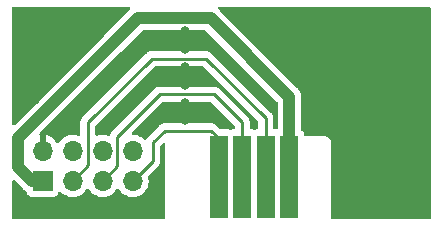
<source format=gbr>
%TF.GenerationSoftware,KiCad,Pcbnew,(6.0.4-0)*%
%TF.CreationDate,2023-01-13T21:29:05-07:00*%
%TF.ProjectId,Gamecube_SD2SP2PRO,47616d65-6375-4626-955f-534432535032,rev?*%
%TF.SameCoordinates,Original*%
%TF.FileFunction,Copper,L2,Bot*%
%TF.FilePolarity,Positive*%
%FSLAX46Y46*%
G04 Gerber Fmt 4.6, Leading zero omitted, Abs format (unit mm)*
G04 Created by KiCad (PCBNEW (6.0.4-0)) date 2023-01-13 21:29:05*
%MOMM*%
%LPD*%
G01*
G04 APERTURE LIST*
%TA.AperFunction,ComponentPad*%
%ADD10R,1.700000X1.700000*%
%TD*%
%TA.AperFunction,ComponentPad*%
%ADD11O,1.700000X1.700000*%
%TD*%
%TA.AperFunction,SMDPad,CuDef*%
%ADD12R,1.500000X7.000000*%
%TD*%
%TA.AperFunction,ViaPad*%
%ADD13C,0.800000*%
%TD*%
%TA.AperFunction,Conductor*%
%ADD14C,1.000000*%
%TD*%
%TA.AperFunction,Conductor*%
%ADD15C,0.250000*%
%TD*%
G04 APERTURE END LIST*
D10*
%TO.P,J1,1,Pin_1*%
%TO.N,Net-(J1-Pad1)*%
X77160286Y-116250000D03*
D11*
%TO.P,J1,2,Pin_2*%
%TO.N,/GND*%
X77160286Y-113710000D03*
%TO.P,J1,3,Pin_3*%
%TO.N,Net-(J1-Pad3)*%
X79700286Y-116250000D03*
%TO.P,J1,4,Pin_4*%
%TO.N,Net-(J1-Pad4)*%
X79700286Y-113710000D03*
%TO.P,J1,5,Pin_5*%
%TO.N,Net-(J1-Pad5)*%
X82240286Y-116250000D03*
%TO.P,J1,6,Pin_6*%
%TO.N,Net-(J1-Pad6)*%
X82240286Y-113710000D03*
%TO.P,J1,7,Pin_7*%
%TO.N,Net-(J1-Pad7)*%
X84780286Y-116250000D03*
%TO.P,J1,8,Pin_8*%
%TO.N,Net-(J1-Pad8)*%
X84780286Y-113710000D03*
%TD*%
D12*
%TO.P,P1,1,+3.3*%
%TO.N,Net-(J1-Pad1)*%
X98064286Y-115900000D03*
%TO.P,P1,3,INT*%
%TO.N,Net-(J1-Pad3)*%
X96064286Y-115900000D03*
%TO.P,P1,5,DO*%
%TO.N,Net-(J1-Pad5)*%
X94064286Y-115900000D03*
%TO.P,P1,7,CS*%
%TO.N,Net-(J1-Pad7)*%
X92064286Y-115900000D03*
%TD*%
D13*
%TO.N,/GND*%
X96314286Y-102313640D03*
X82880000Y-118400000D03*
X78900000Y-111400000D03*
X108400000Y-110290800D03*
X102020000Y-117600000D03*
X89200000Y-106624500D03*
X89200000Y-109624500D03*
X108400000Y-102600000D03*
X102020000Y-102700000D03*
X76500000Y-102700000D03*
X89200000Y-103599500D03*
X89200000Y-105124500D03*
X89200000Y-111124500D03*
X89200000Y-108124500D03*
X76500000Y-118400000D03*
X76500000Y-109396549D03*
X108400000Y-117500000D03*
X82880000Y-102700000D03*
X102020000Y-110390800D03*
%TD*%
D14*
%TO.N,Net-(J1-Pad1)*%
X83000000Y-104700000D02*
X75100000Y-112600000D01*
X91400000Y-102500000D02*
X85200000Y-102500000D01*
X85200000Y-102500000D02*
X83100000Y-104600000D01*
X76250000Y-116250000D02*
X77160286Y-116250000D01*
X98064286Y-115900000D02*
X98064286Y-109164286D01*
X75100000Y-112600000D02*
X75100000Y-115100000D01*
X75100000Y-115100000D02*
X76250000Y-116250000D01*
X98064286Y-109164286D02*
X91400000Y-102500000D01*
D15*
%TO.N,Net-(J1-Pad3)*%
X96064286Y-110964286D02*
X91000000Y-105900000D01*
X96064286Y-115900000D02*
X96064286Y-110964286D01*
X91000000Y-105900000D02*
X86400000Y-105900000D01*
X81000000Y-114950286D02*
X79700286Y-116250000D01*
X81000000Y-111300000D02*
X81000000Y-114950286D01*
X86400000Y-105900000D02*
X81000000Y-111300000D01*
%TO.N,Net-(J1-Pad5)*%
X94064286Y-115900000D02*
X94064286Y-111307143D01*
X87100000Y-108900000D02*
X83500000Y-112500000D01*
X83500000Y-112500000D02*
X83500000Y-114990286D01*
X94064286Y-111307143D02*
X91657143Y-108900000D01*
X91657143Y-108900000D02*
X87100000Y-108900000D01*
X83500000Y-114990286D02*
X82240286Y-116250000D01*
%TO.N,Net-(J1-Pad7)*%
X92064286Y-115900000D02*
X92064286Y-112664286D01*
X92064286Y-112664286D02*
X91400000Y-112000000D01*
X86500000Y-114530286D02*
X84780286Y-116250000D01*
X87500000Y-112000000D02*
X86500000Y-113000000D01*
X86500000Y-113000000D02*
X86500000Y-114530286D01*
X91400000Y-112000000D02*
X87500000Y-112000000D01*
%TD*%
%TA.AperFunction,Conductor*%
%TO.N,/GND*%
G36*
X109997907Y-101528502D02*
G01*
X110044400Y-101582158D01*
X110055786Y-101634500D01*
X110055786Y-119365500D01*
X110035784Y-119433621D01*
X109982128Y-119480114D01*
X109929786Y-119491500D01*
X101698786Y-119491500D01*
X101630665Y-119471498D01*
X101584172Y-119417842D01*
X101572786Y-119365500D01*
X101572786Y-113008623D01*
X101572788Y-113007853D01*
X101573207Y-112939254D01*
X101573262Y-112930279D01*
X101565136Y-112901847D01*
X101561558Y-112885085D01*
X101560079Y-112874757D01*
X101557366Y-112855813D01*
X101546737Y-112832436D01*
X101540290Y-112814913D01*
X101535702Y-112798862D01*
X101533235Y-112790229D01*
X101524690Y-112776686D01*
X101517456Y-112765220D01*
X101509316Y-112750135D01*
X101497078Y-112723218D01*
X101480316Y-112703765D01*
X101469213Y-112688761D01*
X101455510Y-112667042D01*
X101448785Y-112661103D01*
X101448782Y-112661099D01*
X101433348Y-112647468D01*
X101421304Y-112635276D01*
X101407859Y-112619673D01*
X101407856Y-112619671D01*
X101401999Y-112612873D01*
X101380451Y-112598906D01*
X101365577Y-112587615D01*
X101353069Y-112576569D01*
X101353068Y-112576568D01*
X101346335Y-112570622D01*
X101319573Y-112558057D01*
X101304595Y-112549737D01*
X101287303Y-112538529D01*
X101287298Y-112538527D01*
X101279771Y-112533648D01*
X101271178Y-112531078D01*
X101271173Y-112531076D01*
X101255166Y-112526289D01*
X101237722Y-112519628D01*
X101222610Y-112512533D01*
X101222608Y-112512532D01*
X101214486Y-112508719D01*
X101205619Y-112507338D01*
X101205618Y-112507338D01*
X101195976Y-112505837D01*
X101185269Y-112504170D01*
X101168554Y-112500387D01*
X101148820Y-112494485D01*
X101148814Y-112494484D01*
X101140220Y-112491914D01*
X101131249Y-112491859D01*
X101131248Y-112491859D01*
X101121189Y-112491798D01*
X101105780Y-112491704D01*
X101104997Y-112491671D01*
X101103900Y-112491500D01*
X101072909Y-112491500D01*
X101072139Y-112491498D01*
X100998501Y-112491048D01*
X100998500Y-112491048D01*
X100994565Y-112491024D01*
X100993221Y-112491408D01*
X100991876Y-112491500D01*
X99448786Y-112491500D01*
X99380665Y-112471498D01*
X99334172Y-112417842D01*
X99322786Y-112365500D01*
X99322786Y-112351866D01*
X99316031Y-112289684D01*
X99264901Y-112153295D01*
X99177547Y-112036739D01*
X99123221Y-111996024D01*
X99080706Y-111939165D01*
X99072786Y-111895198D01*
X99072786Y-109226136D01*
X99073523Y-109212528D01*
X99076945Y-109181025D01*
X99077611Y-109174898D01*
X99073233Y-109124856D01*
X99072907Y-109120074D01*
X99072786Y-109117596D01*
X99072786Y-109114517D01*
X99072487Y-109111463D01*
X99072486Y-109111452D01*
X99068599Y-109071815D01*
X99068477Y-109070501D01*
X99060909Y-108984004D01*
X99060373Y-108977873D01*
X99058886Y-108972754D01*
X99058366Y-108967453D01*
X99031495Y-108878452D01*
X99031160Y-108877319D01*
X99006916Y-108793872D01*
X99006914Y-108793868D01*
X99005195Y-108787950D01*
X99002742Y-108783218D01*
X99001202Y-108778117D01*
X98957555Y-108696026D01*
X98956943Y-108694860D01*
X98917015Y-108617833D01*
X98914178Y-108612360D01*
X98910855Y-108608197D01*
X98908352Y-108603490D01*
X98849547Y-108531388D01*
X98848719Y-108530361D01*
X98819755Y-108494078D01*
X98819750Y-108494073D01*
X98817548Y-108491314D01*
X98815047Y-108488813D01*
X98814405Y-108488095D01*
X98810692Y-108483747D01*
X98798342Y-108468605D01*
X98783351Y-108450224D01*
X98778609Y-108446301D01*
X98778607Y-108446299D01*
X98748013Y-108420989D01*
X98739233Y-108412999D01*
X92156855Y-101830621D01*
X92147753Y-101820478D01*
X92127897Y-101795782D01*
X92124032Y-101790975D01*
X92085578Y-101758708D01*
X92081931Y-101755528D01*
X92080119Y-101753885D01*
X92077925Y-101751691D01*
X92053785Y-101731862D01*
X92013844Y-101673167D01*
X92011976Y-101602195D01*
X92048774Y-101541480D01*
X92112557Y-101510298D01*
X92133764Y-101508500D01*
X109929786Y-101508500D01*
X109997907Y-101528502D01*
G37*
%TD.AperFunction*%
%TA.AperFunction,Conductor*%
G36*
X87473818Y-113026252D02*
G01*
X87530654Y-113068799D01*
X87555465Y-113135319D01*
X87555786Y-113144308D01*
X87555786Y-119365500D01*
X87535784Y-119433621D01*
X87482128Y-119480114D01*
X87429786Y-119491500D01*
X74698786Y-119491500D01*
X74630665Y-119471498D01*
X74584172Y-119417842D01*
X74572786Y-119365500D01*
X74572786Y-116303212D01*
X74592788Y-116235091D01*
X74646444Y-116188598D01*
X74716718Y-116178494D01*
X74781298Y-116207988D01*
X74787881Y-116214116D01*
X75493149Y-116919383D01*
X75502251Y-116929527D01*
X75525968Y-116959025D01*
X75530696Y-116962992D01*
X75564421Y-116991291D01*
X75568070Y-116994473D01*
X75569883Y-116996117D01*
X75572075Y-116998309D01*
X75605276Y-117025580D01*
X75606164Y-117026318D01*
X75635208Y-117050688D01*
X75672753Y-117082193D01*
X75672756Y-117082195D01*
X75677474Y-117086154D01*
X75682147Y-117088723D01*
X75686262Y-117092103D01*
X75691691Y-117095014D01*
X75691694Y-117095016D01*
X75721009Y-117110734D01*
X75745424Y-117123826D01*
X75796006Y-117173643D01*
X75807879Y-117204218D01*
X75808541Y-117210316D01*
X75811313Y-117217709D01*
X75811313Y-117217711D01*
X75837487Y-117287529D01*
X75859671Y-117346705D01*
X75947025Y-117463261D01*
X76063581Y-117550615D01*
X76199970Y-117601745D01*
X76262152Y-117608500D01*
X78058420Y-117608500D01*
X78120602Y-117601745D01*
X78256991Y-117550615D01*
X78373547Y-117463261D01*
X78460901Y-117346705D01*
X78483085Y-117287529D01*
X78504884Y-117229382D01*
X78547526Y-117172618D01*
X78614088Y-117147918D01*
X78683436Y-117163126D01*
X78718103Y-117191114D01*
X78746536Y-117223938D01*
X78918412Y-117366632D01*
X79111286Y-117479338D01*
X79319978Y-117559030D01*
X79325046Y-117560061D01*
X79325049Y-117560062D01*
X79432303Y-117581883D01*
X79538883Y-117603567D01*
X79544058Y-117603757D01*
X79544060Y-117603757D01*
X79756959Y-117611564D01*
X79756963Y-117611564D01*
X79762123Y-117611753D01*
X79767243Y-117611097D01*
X79767245Y-117611097D01*
X79978574Y-117584025D01*
X79978575Y-117584025D01*
X79983702Y-117583368D01*
X79988652Y-117581883D01*
X80192715Y-117520661D01*
X80192720Y-117520659D01*
X80197670Y-117519174D01*
X80398280Y-117420896D01*
X80580146Y-117291173D01*
X80738382Y-117133489D01*
X80766028Y-117095016D01*
X80868739Y-116952077D01*
X80870062Y-116953028D01*
X80916931Y-116909857D01*
X80986866Y-116897625D01*
X81052312Y-116925144D01*
X81080161Y-116956994D01*
X81140273Y-117055088D01*
X81286536Y-117223938D01*
X81458412Y-117366632D01*
X81651286Y-117479338D01*
X81859978Y-117559030D01*
X81865046Y-117560061D01*
X81865049Y-117560062D01*
X81972303Y-117581883D01*
X82078883Y-117603567D01*
X82084058Y-117603757D01*
X82084060Y-117603757D01*
X82296959Y-117611564D01*
X82296963Y-117611564D01*
X82302123Y-117611753D01*
X82307243Y-117611097D01*
X82307245Y-117611097D01*
X82518574Y-117584025D01*
X82518575Y-117584025D01*
X82523702Y-117583368D01*
X82528652Y-117581883D01*
X82732715Y-117520661D01*
X82732720Y-117520659D01*
X82737670Y-117519174D01*
X82938280Y-117420896D01*
X83120146Y-117291173D01*
X83278382Y-117133489D01*
X83306028Y-117095016D01*
X83408739Y-116952077D01*
X83410062Y-116953028D01*
X83456931Y-116909857D01*
X83526866Y-116897625D01*
X83592312Y-116925144D01*
X83620161Y-116956994D01*
X83680273Y-117055088D01*
X83826536Y-117223938D01*
X83998412Y-117366632D01*
X84191286Y-117479338D01*
X84399978Y-117559030D01*
X84405046Y-117560061D01*
X84405049Y-117560062D01*
X84512303Y-117581883D01*
X84618883Y-117603567D01*
X84624058Y-117603757D01*
X84624060Y-117603757D01*
X84836959Y-117611564D01*
X84836963Y-117611564D01*
X84842123Y-117611753D01*
X84847243Y-117611097D01*
X84847245Y-117611097D01*
X85058574Y-117584025D01*
X85058575Y-117584025D01*
X85063702Y-117583368D01*
X85068652Y-117581883D01*
X85272715Y-117520661D01*
X85272720Y-117520659D01*
X85277670Y-117519174D01*
X85478280Y-117420896D01*
X85660146Y-117291173D01*
X85818382Y-117133489D01*
X85846028Y-117095016D01*
X85945721Y-116956277D01*
X85948739Y-116952077D01*
X85964898Y-116919383D01*
X86045422Y-116756453D01*
X86045423Y-116756451D01*
X86047716Y-116751811D01*
X86112656Y-116538069D01*
X86141815Y-116316590D01*
X86143442Y-116250000D01*
X86125138Y-116027361D01*
X86097107Y-115915765D01*
X86099911Y-115844825D01*
X86130216Y-115795974D01*
X86892258Y-115033933D01*
X86900537Y-115026399D01*
X86907018Y-115022286D01*
X86953644Y-114972634D01*
X86956398Y-114969793D01*
X86976135Y-114950056D01*
X86978615Y-114946859D01*
X86986320Y-114937837D01*
X87011159Y-114911386D01*
X87016586Y-114905607D01*
X87020405Y-114898661D01*
X87020407Y-114898658D01*
X87026348Y-114887852D01*
X87037199Y-114871333D01*
X87044758Y-114861587D01*
X87049614Y-114855327D01*
X87052759Y-114848058D01*
X87052762Y-114848054D01*
X87067174Y-114814749D01*
X87072391Y-114804099D01*
X87093695Y-114765346D01*
X87098733Y-114745723D01*
X87105137Y-114727020D01*
X87110033Y-114715706D01*
X87110033Y-114715705D01*
X87113181Y-114708431D01*
X87114420Y-114700608D01*
X87114423Y-114700598D01*
X87120099Y-114664762D01*
X87122505Y-114653142D01*
X87131528Y-114617997D01*
X87131528Y-114617996D01*
X87133500Y-114610316D01*
X87133500Y-114590062D01*
X87135051Y-114570351D01*
X87136980Y-114558172D01*
X87138220Y-114550343D01*
X87134059Y-114506324D01*
X87133500Y-114494467D01*
X87133500Y-113314594D01*
X87153502Y-113246473D01*
X87170405Y-113225499D01*
X87340691Y-113055213D01*
X87403003Y-113021187D01*
X87473818Y-113026252D01*
G37*
%TD.AperFunction*%
%TA.AperFunction,Conductor*%
G36*
X90998196Y-103528502D02*
G01*
X91019170Y-103545405D01*
X97018881Y-109545115D01*
X97052907Y-109607427D01*
X97055786Y-109634210D01*
X97055786Y-111772077D01*
X97035784Y-111840198D01*
X96982128Y-111886691D01*
X96916178Y-111897340D01*
X96862420Y-111891500D01*
X96823786Y-111891500D01*
X96755665Y-111871498D01*
X96709172Y-111817842D01*
X96697786Y-111765500D01*
X96697786Y-111043053D01*
X96698313Y-111031870D01*
X96699988Y-111024377D01*
X96697848Y-110956286D01*
X96697786Y-110952329D01*
X96697786Y-110924430D01*
X96697282Y-110920439D01*
X96696349Y-110908597D01*
X96695706Y-110888120D01*
X96694960Y-110864397D01*
X96692748Y-110856783D01*
X96692747Y-110856778D01*
X96689309Y-110844945D01*
X96685298Y-110825581D01*
X96683753Y-110813350D01*
X96682760Y-110805489D01*
X96679843Y-110798122D01*
X96679842Y-110798117D01*
X96666484Y-110764378D01*
X96662640Y-110753151D01*
X96652516Y-110718308D01*
X96650304Y-110710693D01*
X96639993Y-110693258D01*
X96631298Y-110675510D01*
X96623838Y-110656669D01*
X96597850Y-110620899D01*
X96591334Y-110610979D01*
X96572866Y-110579751D01*
X96572864Y-110579748D01*
X96568828Y-110572924D01*
X96554507Y-110558603D01*
X96541666Y-110543569D01*
X96534417Y-110533592D01*
X96529758Y-110527179D01*
X96495681Y-110498988D01*
X96486902Y-110490998D01*
X91503652Y-105507747D01*
X91496112Y-105499461D01*
X91492000Y-105492982D01*
X91442348Y-105446356D01*
X91439507Y-105443602D01*
X91419770Y-105423865D01*
X91416573Y-105421385D01*
X91407551Y-105413680D01*
X91394116Y-105401064D01*
X91375321Y-105383414D01*
X91368375Y-105379595D01*
X91368372Y-105379593D01*
X91357566Y-105373652D01*
X91341047Y-105362801D01*
X91334606Y-105357805D01*
X91325041Y-105350386D01*
X91317772Y-105347241D01*
X91317768Y-105347238D01*
X91284463Y-105332826D01*
X91273813Y-105327609D01*
X91235060Y-105306305D01*
X91215437Y-105301267D01*
X91196734Y-105294863D01*
X91185420Y-105289967D01*
X91185419Y-105289967D01*
X91178145Y-105286819D01*
X91170322Y-105285580D01*
X91170312Y-105285577D01*
X91134476Y-105279901D01*
X91122856Y-105277495D01*
X91087711Y-105268472D01*
X91087710Y-105268472D01*
X91080030Y-105266500D01*
X91059776Y-105266500D01*
X91040065Y-105264949D01*
X91027886Y-105263020D01*
X91020057Y-105261780D01*
X90990786Y-105264547D01*
X90976039Y-105265941D01*
X90964181Y-105266500D01*
X86478767Y-105266500D01*
X86467584Y-105265973D01*
X86460091Y-105264298D01*
X86452165Y-105264547D01*
X86452164Y-105264547D01*
X86392014Y-105266438D01*
X86388055Y-105266500D01*
X86360144Y-105266500D01*
X86356210Y-105266997D01*
X86356209Y-105266997D01*
X86356144Y-105267005D01*
X86344307Y-105267938D01*
X86312490Y-105268938D01*
X86308029Y-105269078D01*
X86300110Y-105269327D01*
X86282454Y-105274456D01*
X86280658Y-105274978D01*
X86261306Y-105278986D01*
X86254235Y-105279880D01*
X86241203Y-105281526D01*
X86233834Y-105284443D01*
X86233832Y-105284444D01*
X86200097Y-105297800D01*
X86188869Y-105301645D01*
X86146407Y-105313982D01*
X86139585Y-105318016D01*
X86139579Y-105318019D01*
X86128968Y-105324294D01*
X86111218Y-105332990D01*
X86099756Y-105337528D01*
X86099751Y-105337531D01*
X86092383Y-105340448D01*
X86078177Y-105350769D01*
X86056625Y-105366427D01*
X86046707Y-105372943D01*
X86035463Y-105379593D01*
X86008637Y-105395458D01*
X85994313Y-105409782D01*
X85979281Y-105422621D01*
X85962893Y-105434528D01*
X85934712Y-105468593D01*
X85926722Y-105477373D01*
X80607747Y-110796348D01*
X80599461Y-110803888D01*
X80592982Y-110808000D01*
X80587557Y-110813777D01*
X80546357Y-110857651D01*
X80543602Y-110860493D01*
X80523865Y-110880230D01*
X80521385Y-110883427D01*
X80513682Y-110892447D01*
X80483414Y-110924679D01*
X80479595Y-110931625D01*
X80479593Y-110931628D01*
X80473652Y-110942434D01*
X80462801Y-110958953D01*
X80450386Y-110974959D01*
X80447241Y-110982228D01*
X80447238Y-110982232D01*
X80432826Y-111015537D01*
X80427609Y-111026187D01*
X80406305Y-111064940D01*
X80404334Y-111072615D01*
X80404334Y-111072616D01*
X80401267Y-111084562D01*
X80394863Y-111103266D01*
X80386819Y-111121855D01*
X80385580Y-111129678D01*
X80385577Y-111129688D01*
X80379901Y-111165524D01*
X80377495Y-111177144D01*
X80371719Y-111199643D01*
X80366500Y-111219970D01*
X80366500Y-111240224D01*
X80364949Y-111259934D01*
X80361780Y-111279943D01*
X80362526Y-111287835D01*
X80365941Y-111323961D01*
X80366500Y-111335819D01*
X80366500Y-112326393D01*
X80346498Y-112394514D01*
X80292842Y-112441007D01*
X80222568Y-112451111D01*
X80198441Y-112445166D01*
X80053377Y-112393796D01*
X80053369Y-112393794D01*
X80048498Y-112392069D01*
X80043405Y-112391162D01*
X80043402Y-112391161D01*
X79833659Y-112353800D01*
X79833653Y-112353799D01*
X79828570Y-112352894D01*
X79754738Y-112351992D01*
X79610367Y-112350228D01*
X79610365Y-112350228D01*
X79605197Y-112350165D01*
X79384377Y-112383955D01*
X79172042Y-112453357D01*
X79137194Y-112471498D01*
X79032612Y-112525940D01*
X78973893Y-112556507D01*
X78969760Y-112559610D01*
X78969757Y-112559612D01*
X78806440Y-112682234D01*
X78795251Y-112690635D01*
X78738391Y-112750135D01*
X78645210Y-112847644D01*
X78640915Y-112852138D01*
X78638001Y-112856410D01*
X78638000Y-112856411D01*
X78587611Y-112930279D01*
X78534471Y-113008180D01*
X78533184Y-113010066D01*
X78478273Y-113055069D01*
X78407748Y-113063240D01*
X78344001Y-113031986D01*
X78323304Y-113007502D01*
X78242712Y-112882926D01*
X78236422Y-112874757D01*
X78093092Y-112717240D01*
X78085559Y-112710215D01*
X77918425Y-112578222D01*
X77909838Y-112572517D01*
X77723403Y-112469599D01*
X77713991Y-112465369D01*
X77513245Y-112394280D01*
X77503274Y-112391646D01*
X77432123Y-112378972D01*
X77418826Y-112380432D01*
X77414286Y-112394989D01*
X77414286Y-113838000D01*
X77394284Y-113906121D01*
X77340628Y-113952614D01*
X77288286Y-113964000D01*
X77032286Y-113964000D01*
X76964165Y-113943998D01*
X76917672Y-113890342D01*
X76906286Y-113838000D01*
X76906286Y-112393102D01*
X76894329Y-112352379D01*
X76883499Y-112335527D01*
X76883499Y-112264530D01*
X76915300Y-112210935D01*
X83746124Y-105380110D01*
X83748309Y-105377925D01*
X83750261Y-105375548D01*
X83750267Y-105375542D01*
X83751774Y-105373707D01*
X83767739Y-105357964D01*
X83767597Y-105357805D01*
X83770220Y-105355460D01*
X83772973Y-105353262D01*
X85580830Y-103545405D01*
X85643142Y-103511379D01*
X85669925Y-103508500D01*
X90930075Y-103508500D01*
X90998196Y-103528502D01*
G37*
%TD.AperFunction*%
%TA.AperFunction,Conductor*%
G36*
X91410670Y-109553502D02*
G01*
X91431644Y-109570405D01*
X93393881Y-111532642D01*
X93427907Y-111594954D01*
X93430786Y-111621737D01*
X93430786Y-111765500D01*
X93410784Y-111833621D01*
X93357128Y-111880114D01*
X93304786Y-111891500D01*
X93266152Y-111891500D01*
X93203970Y-111898255D01*
X93196574Y-111901027D01*
X93196568Y-111901029D01*
X93108515Y-111934039D01*
X93037708Y-111939222D01*
X93020057Y-111934039D01*
X92932004Y-111901029D01*
X92931998Y-111901027D01*
X92924602Y-111898255D01*
X92862420Y-111891500D01*
X92239595Y-111891500D01*
X92171474Y-111871498D01*
X92150500Y-111854595D01*
X91903652Y-111607747D01*
X91896112Y-111599461D01*
X91892000Y-111592982D01*
X91866034Y-111568598D01*
X91842349Y-111546357D01*
X91839507Y-111543602D01*
X91819770Y-111523865D01*
X91816573Y-111521385D01*
X91807551Y-111513680D01*
X91803397Y-111509779D01*
X91775321Y-111483414D01*
X91768375Y-111479595D01*
X91768372Y-111479593D01*
X91757566Y-111473652D01*
X91741047Y-111462801D01*
X91740583Y-111462441D01*
X91725041Y-111450386D01*
X91717772Y-111447241D01*
X91717768Y-111447238D01*
X91684463Y-111432826D01*
X91673813Y-111427609D01*
X91635060Y-111406305D01*
X91615437Y-111401267D01*
X91596734Y-111394863D01*
X91585420Y-111389967D01*
X91585419Y-111389967D01*
X91578145Y-111386819D01*
X91570322Y-111385580D01*
X91570312Y-111385577D01*
X91534476Y-111379901D01*
X91522856Y-111377495D01*
X91487711Y-111368472D01*
X91487710Y-111368472D01*
X91480030Y-111366500D01*
X91459776Y-111366500D01*
X91440065Y-111364949D01*
X91427886Y-111363020D01*
X91420057Y-111361780D01*
X91390786Y-111364547D01*
X91376039Y-111365941D01*
X91364181Y-111366500D01*
X87578768Y-111366500D01*
X87567585Y-111365973D01*
X87560092Y-111364298D01*
X87552166Y-111364547D01*
X87552165Y-111364547D01*
X87492002Y-111366438D01*
X87488044Y-111366500D01*
X87460144Y-111366500D01*
X87456154Y-111367004D01*
X87444320Y-111367936D01*
X87400111Y-111369326D01*
X87392495Y-111371539D01*
X87392493Y-111371539D01*
X87380652Y-111374979D01*
X87361293Y-111378988D01*
X87359983Y-111379154D01*
X87341203Y-111381526D01*
X87333837Y-111384442D01*
X87333831Y-111384444D01*
X87300098Y-111397800D01*
X87288868Y-111401645D01*
X87272828Y-111406305D01*
X87246407Y-111413981D01*
X87239584Y-111418016D01*
X87228966Y-111424295D01*
X87211213Y-111432992D01*
X87203568Y-111436019D01*
X87192383Y-111440448D01*
X87178705Y-111450386D01*
X87156612Y-111466437D01*
X87146695Y-111472951D01*
X87108638Y-111495458D01*
X87094317Y-111509779D01*
X87079284Y-111522619D01*
X87062893Y-111534528D01*
X87057843Y-111540632D01*
X87057838Y-111540637D01*
X87034707Y-111568598D01*
X87026717Y-111577379D01*
X86107742Y-112496353D01*
X86099463Y-112503887D01*
X86092982Y-112508000D01*
X86068897Y-112533648D01*
X86046357Y-112557651D01*
X86043602Y-112560493D01*
X86023865Y-112580230D01*
X86021385Y-112583427D01*
X86013682Y-112592447D01*
X85983414Y-112624679D01*
X85979595Y-112631625D01*
X85979593Y-112631628D01*
X85973652Y-112642434D01*
X85962801Y-112658953D01*
X85950386Y-112674959D01*
X85947240Y-112682229D01*
X85947237Y-112682234D01*
X85939223Y-112700753D01*
X85893812Y-112755327D01*
X85826104Y-112776686D01*
X85757598Y-112758049D01*
X85730393Y-112735511D01*
X85713431Y-112716870D01*
X85709956Y-112713051D01*
X85705905Y-112709852D01*
X85705901Y-112709848D01*
X85538700Y-112577800D01*
X85538696Y-112577798D01*
X85534645Y-112574598D01*
X85527443Y-112570622D01*
X85442276Y-112523608D01*
X85339075Y-112466638D01*
X85334206Y-112464914D01*
X85334202Y-112464912D01*
X85133373Y-112393795D01*
X85133369Y-112393794D01*
X85128498Y-112392069D01*
X85123405Y-112391162D01*
X85123402Y-112391161D01*
X84913659Y-112353800D01*
X84913653Y-112353799D01*
X84908570Y-112352894D01*
X84846411Y-112352135D01*
X84778540Y-112331302D01*
X84732706Y-112277083D01*
X84723461Y-112206691D01*
X84753740Y-112142475D01*
X84758855Y-112137049D01*
X85941591Y-110954314D01*
X87325500Y-109570405D01*
X87387812Y-109536379D01*
X87414595Y-109533500D01*
X91342549Y-109533500D01*
X91410670Y-109553502D01*
G37*
%TD.AperFunction*%
%TA.AperFunction,Conductor*%
G36*
X90753527Y-106553502D02*
G01*
X90774501Y-106570405D01*
X95393881Y-111189786D01*
X95427907Y-111252098D01*
X95430786Y-111278881D01*
X95430786Y-111765500D01*
X95410784Y-111833621D01*
X95357128Y-111880114D01*
X95304786Y-111891500D01*
X95266152Y-111891500D01*
X95203970Y-111898255D01*
X95196574Y-111901027D01*
X95196568Y-111901029D01*
X95108515Y-111934039D01*
X95037708Y-111939222D01*
X95020057Y-111934039D01*
X94932004Y-111901029D01*
X94931998Y-111901027D01*
X94924602Y-111898255D01*
X94862420Y-111891500D01*
X94823786Y-111891500D01*
X94755665Y-111871498D01*
X94709172Y-111817842D01*
X94697786Y-111765500D01*
X94697786Y-111385910D01*
X94698313Y-111374727D01*
X94699988Y-111367234D01*
X94699001Y-111335819D01*
X94697848Y-111299157D01*
X94697786Y-111295198D01*
X94697786Y-111267287D01*
X94697281Y-111263287D01*
X94696348Y-111251444D01*
X94695996Y-111240224D01*
X94694959Y-111207253D01*
X94689308Y-111187801D01*
X94685300Y-111168449D01*
X94683753Y-111156206D01*
X94682760Y-111148346D01*
X94672272Y-111121855D01*
X94666486Y-111107240D01*
X94662641Y-111096013D01*
X94653613Y-111064940D01*
X94650304Y-111053550D01*
X94646270Y-111046728D01*
X94646267Y-111046722D01*
X94639992Y-111036111D01*
X94631296Y-111018361D01*
X94626758Y-111006899D01*
X94626755Y-111006894D01*
X94623838Y-110999526D01*
X94597859Y-110963768D01*
X94591343Y-110953850D01*
X94574091Y-110924679D01*
X94568828Y-110915780D01*
X94554504Y-110901456D01*
X94541662Y-110886421D01*
X94539481Y-110883419D01*
X94529758Y-110870036D01*
X94495692Y-110841854D01*
X94486913Y-110833865D01*
X92160795Y-108507747D01*
X92153255Y-108499461D01*
X92149143Y-108492982D01*
X92099491Y-108446356D01*
X92096650Y-108443602D01*
X92076913Y-108423865D01*
X92073716Y-108421385D01*
X92064694Y-108413680D01*
X92051265Y-108401069D01*
X92032464Y-108383414D01*
X92025518Y-108379595D01*
X92025515Y-108379593D01*
X92014709Y-108373652D01*
X91998190Y-108362801D01*
X91997726Y-108362441D01*
X91982184Y-108350386D01*
X91974915Y-108347241D01*
X91974911Y-108347238D01*
X91941606Y-108332826D01*
X91930956Y-108327609D01*
X91892203Y-108306305D01*
X91872580Y-108301267D01*
X91853877Y-108294863D01*
X91842563Y-108289967D01*
X91842562Y-108289967D01*
X91835288Y-108286819D01*
X91827465Y-108285580D01*
X91827455Y-108285577D01*
X91791619Y-108279901D01*
X91779999Y-108277495D01*
X91744854Y-108268472D01*
X91744853Y-108268472D01*
X91737173Y-108266500D01*
X91716919Y-108266500D01*
X91697208Y-108264949D01*
X91685029Y-108263020D01*
X91677200Y-108261780D01*
X91647929Y-108264547D01*
X91633182Y-108265941D01*
X91621324Y-108266500D01*
X87178767Y-108266500D01*
X87167584Y-108265973D01*
X87160091Y-108264298D01*
X87152165Y-108264547D01*
X87152164Y-108264547D01*
X87092001Y-108266438D01*
X87088043Y-108266500D01*
X87060144Y-108266500D01*
X87056154Y-108267004D01*
X87044320Y-108267936D01*
X87000111Y-108269326D01*
X86992497Y-108271538D01*
X86992492Y-108271539D01*
X86980659Y-108274977D01*
X86961296Y-108278988D01*
X86941203Y-108281526D01*
X86933836Y-108284443D01*
X86933831Y-108284444D01*
X86900092Y-108297802D01*
X86888865Y-108301646D01*
X86846407Y-108313982D01*
X86839581Y-108318019D01*
X86828972Y-108324293D01*
X86811224Y-108332988D01*
X86792383Y-108340448D01*
X86785967Y-108345110D01*
X86785966Y-108345110D01*
X86756613Y-108366436D01*
X86746693Y-108372952D01*
X86715465Y-108391420D01*
X86715462Y-108391422D01*
X86708638Y-108395458D01*
X86694317Y-108409779D01*
X86679284Y-108422619D01*
X86662893Y-108434528D01*
X86654217Y-108445016D01*
X86634702Y-108468605D01*
X86626712Y-108477384D01*
X83107747Y-111996348D01*
X83099461Y-112003888D01*
X83092982Y-112008000D01*
X83087557Y-112013777D01*
X83046357Y-112057651D01*
X83043602Y-112060493D01*
X83023865Y-112080230D01*
X83021385Y-112083427D01*
X83013682Y-112092447D01*
X82983414Y-112124679D01*
X82979595Y-112131625D01*
X82979593Y-112131628D01*
X82973652Y-112142434D01*
X82962801Y-112158953D01*
X82950386Y-112174959D01*
X82947241Y-112182228D01*
X82947238Y-112182232D01*
X82932826Y-112215537D01*
X82927609Y-112226187D01*
X82906305Y-112264940D01*
X82904334Y-112272615D01*
X82904334Y-112272616D01*
X82901267Y-112284562D01*
X82894863Y-112303266D01*
X82886819Y-112321855D01*
X82885580Y-112329680D01*
X82885579Y-112329682D01*
X82884145Y-112338737D01*
X82853733Y-112402890D01*
X82793464Y-112440417D01*
X82717636Y-112437799D01*
X82593373Y-112393795D01*
X82593369Y-112393794D01*
X82588498Y-112392069D01*
X82583405Y-112391162D01*
X82583402Y-112391161D01*
X82373659Y-112353800D01*
X82373653Y-112353799D01*
X82368570Y-112352894D01*
X82294738Y-112351992D01*
X82150367Y-112350228D01*
X82150365Y-112350228D01*
X82145197Y-112350165D01*
X81924377Y-112383955D01*
X81798644Y-112425051D01*
X81727682Y-112427202D01*
X81666820Y-112390646D01*
X81635383Y-112326989D01*
X81633500Y-112305286D01*
X81633500Y-111614594D01*
X81653502Y-111546473D01*
X81670405Y-111525499D01*
X86625499Y-106570405D01*
X86687811Y-106536379D01*
X86714594Y-106533500D01*
X90685406Y-106533500D01*
X90753527Y-106553502D01*
G37*
%TD.AperFunction*%
%TA.AperFunction,Conductor*%
G36*
X84533786Y-101528502D02*
G01*
X84580279Y-101582158D01*
X84590383Y-101652432D01*
X84560889Y-101717012D01*
X84544274Y-101732971D01*
X84527027Y-101746739D01*
X84524535Y-101749231D01*
X84523809Y-101749880D01*
X84519463Y-101753592D01*
X84500588Y-101768987D01*
X84485938Y-101780935D01*
X84482015Y-101785677D01*
X84482013Y-101785679D01*
X84456703Y-101816273D01*
X84448713Y-101825053D01*
X82351691Y-103922075D01*
X82349739Y-103924452D01*
X82349733Y-103924458D01*
X82348226Y-103926293D01*
X82332261Y-103942036D01*
X82332403Y-103942195D01*
X82329780Y-103944540D01*
X82327027Y-103946738D01*
X82324534Y-103949231D01*
X74787881Y-111485885D01*
X74725569Y-111519911D01*
X74654754Y-111514846D01*
X74597918Y-111472299D01*
X74573107Y-111405779D01*
X74572786Y-111396790D01*
X74572786Y-101634500D01*
X74592788Y-101566379D01*
X74646444Y-101519886D01*
X74698786Y-101508500D01*
X84465665Y-101508500D01*
X84533786Y-101528502D01*
G37*
%TD.AperFunction*%
%TD*%
M02*

</source>
